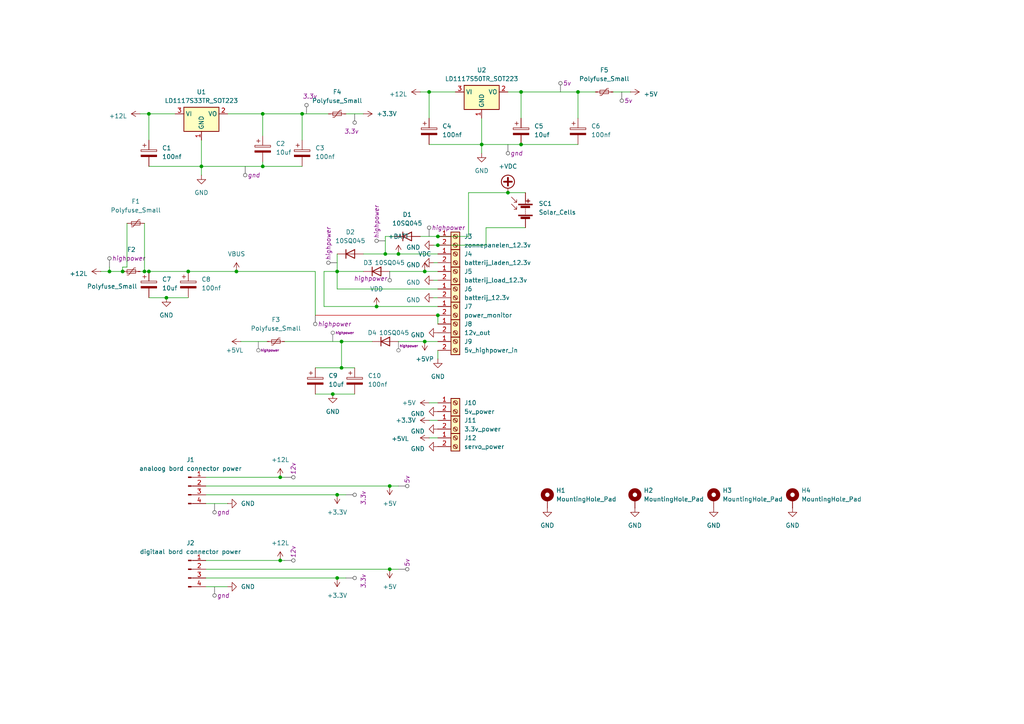
<source format=kicad_sch>
(kicad_sch (version 20231120) (generator "eeschema") (generator_version "8.0")
  (paper "A4")
  (lib_symbols
    (symbol "Connector:Conn_01x04_Pin" (pin_names (offset 1.016) hide)
      (property "Reference" "J" (at 0 5.08 0))
      (property "Value" "Conn_01x04_Pin" (at 0 -7.62 0))
      (symbol "Conn_01x04_Pin_1_1"
        (polyline (pts (xy 1.27 -5.08) (xy 0.8636 -5.08)) (stroke (width 0.1524)))
        (polyline (pts (xy 1.27 -2.54) (xy 0.8636 -2.54)) (stroke (width 0.1524)))
        (polyline (pts (xy 1.27 0) (xy 0.8636 0)) (stroke (width 0.1524)))
        (polyline (pts (xy 1.27 2.54) (xy 0.8636 2.54)) (stroke (width 0.1524)))
        (rectangle (start 0.8636 -4.953) (end 0 -5.207) (stroke (width 0.1524)) (fill (type outline)))
        (rectangle (start 0.8636 -2.413) (end 0 -2.667) (stroke (width 0.1524)) (fill (type outline)))
        (rectangle (start 0.8636 0.127) (end 0 -0.127) (stroke (width 0.1524)) (fill (type outline)))
        (rectangle (start 0.8636 2.667) (end 0 2.413) (stroke (width 0.1524)) (fill (type outline)))
        (pin passive line (at 5.08 2.54 180) (length 3.81) (name "Pin_1") (number "1"))
        (pin passive line (at 5.08 0 180) (length 3.81) (name "Pin_2") (number "2"))
        (pin passive line (at 5.08 -2.54 180) (length 3.81) (name "Pin_3") (number "3"))
        (pin passive line (at 5.08 -5.08 180) (length 3.81) (name "Pin_4") (number "4"))
      )
    )
    (symbol "Connector:Screw_Terminal_01x02" (pin_names (offset 1.016) hide)
      (property "Reference" "J" (at 0 2.54 0))
      (property "Value" "Screw_Terminal_01x02" (at 0 -5.08 0))
      (symbol "Screw_Terminal_01x02_1_1"
        (rectangle (start -1.27 1.27) (end 1.27 -3.81) (stroke (width 0.254)) (fill (type background)))
        (circle (center 0 -2.54) (radius 0.635) (stroke (width 0.1524)))
        (polyline (pts (xy -0.5334 -2.2098) (xy 0.3302 -3.048)) (stroke (width 0.1524)))
        (polyline (pts (xy -0.5334 0.3302) (xy 0.3302 -0.508)) (stroke (width 0.1524)))
        (polyline (pts (xy -0.3556 -2.032) (xy 0.508 -2.8702)) (stroke (width 0.1524)))
        (polyline (pts (xy -0.3556 0.508) (xy 0.508 -0.3302)) (stroke (width 0.1524)))
        (circle (center 0 0) (radius 0.635) (stroke (width 0.1524)))
        (pin passive line (at -5.08 0 0) (length 3.81) (name "Pin_1") (number "1"))
        (pin passive line (at -5.08 -2.54 0) (length 3.81) (name "Pin_2") (number "2"))
      )
    )
    (symbol "Device:C_Polarized" (pin_numbers hide) (pin_names (offset 0.254))
      (property "Reference" "C" (at 0.635 2.54 0))
      (property "Value" "C_Polarized" (at 0.635 -2.54 0))
      (symbol "C_Polarized_0_1"
        (rectangle (start -2.286 0.508) (end 2.286 1.016))
        (polyline (pts (xy -1.778 2.286) (xy -0.762 2.286)))
        (polyline (pts (xy -1.27 2.794) (xy -1.27 1.778)))
        (rectangle (start 2.286 -0.508) (end -2.286 -1.016) (fill (type outline)))
      )
      (symbol "C_Polarized_1_1"
        (pin passive line (at 0 3.81 270) (length 2.794) (name "~") (number "1"))
        (pin passive line (at 0 -3.81 90) (length 2.794) (name "~") (number "2"))
      )
    )
    (symbol "Device:D" (pin_numbers hide) (pin_names (offset 1.016) hide)
      (property "Reference" "D" (at 0 2.54 0))
      (property "Value" "D" (at 0 -2.54 0))
      (symbol "D_0_1"
        (polyline (pts (xy -1.27 1.27) (xy -1.27 -1.27)) (stroke (width 0.254)))
        (polyline (pts (xy 1.27 0) (xy -1.27 0)))
        (polyline (pts (xy 1.27 1.27) (xy 1.27 -1.27) (xy -1.27 0) (xy 1.27 1.27)) (stroke (width 0.254)))
      )
      (symbol "D_1_1"
        (pin passive line (at -3.81 0 0) (length 2.54) (name "K") (number "1"))
        (pin passive line (at 3.81 0 180) (length 2.54) (name "A") (number "2"))
      )
    )
    (symbol "Device:Polyfuse_Small" (pin_numbers hide) (pin_names (offset 0))
      (property "Reference" "F" (at -1.905 0 90))
      (property "Value" "Polyfuse_Small" (at 1.905 0 90))
      (symbol "Polyfuse_Small_0_1"
        (rectangle (start -0.508 1.27) (end 0.508 -1.27))
        (polyline (pts (xy 0 2.54) (xy 0 -2.54)))
        (polyline (pts (xy -1.016 1.27) (xy -1.016 0.762) (xy 1.016 -0.762) (xy 1.016 -1.27)))
      )
      (symbol "Polyfuse_Small_1_1"
        (pin passive line (at 0 2.54 270) (length 0.635) (name "~") (number "1"))
        (pin passive line (at 0 -2.54 90) (length 0.635) (name "~") (number "2"))
      )
    )
    (symbol "Device:Solar_Cells" (pin_numbers hide) (pin_names (offset 0) hide)
      (property "Reference" "SC" (at 2.54 2.54 0))
      (property "Value" "Solar_Cells" (at 2.54 0 0))
      (symbol "Solar_Cells_0_1"
        (rectangle (start -2.032 -1.397) (end 2.032 -1.651) (fill (type outline)))
        (rectangle (start -2.032 1.778) (end 2.032 1.524) (fill (type outline)))
        (rectangle (start -1.3208 -1.9812) (end 1.27 -2.4892) (fill (type outline)))
        (rectangle (start -1.3208 1.1938) (end 1.27 0.6858) (fill (type outline)))
        (polyline (pts (xy -2.54 0.254) (xy -4.064 1.778)))
        (polyline (pts (xy -2.54 2.286) (xy -4.064 3.81)))
        (polyline (pts (xy 0 -1.524) (xy 0 -1.27)))
        (polyline (pts (xy 0 -1.016) (xy 0 -0.762)))
        (polyline (pts (xy 0 -0.508) (xy 0 -0.254)))
        (polyline (pts (xy 0 0) (xy 0 0.254)))
        (polyline (pts (xy 0 0.508) (xy 0 0.762)))
        (polyline (pts (xy 0 1.778) (xy 0 2.54)))
        (polyline (pts (xy 0.254 2.667) (xy 1.27 2.667)) (stroke (width 0.254)))
        (polyline (pts (xy 0.762 3.175) (xy 0.762 2.159)) (stroke (width 0.254)))
        (polyline (pts (xy -2.54 1.016) (xy -2.54 0.254) (xy -3.302 0.254)))
        (polyline (pts (xy -2.54 3.048) (xy -2.54 2.286) (xy -3.302 2.286)))
      )
      (symbol "Solar_Cells_1_1"
        (pin passive line (at 0 5.08 270) (length 2.54) (name "+") (number "1"))
        (pin passive line (at 0 -5.08 90) (length 2.54) (name "-") (number "2"))
      )
    )
    (symbol "Mechanical:MountingHole_Pad" (pin_numbers hide) (pin_names (offset 1.016) hide) (exclude_from_sim yes) (in_bom no)
      (property "Reference" "H" (at 0 6.35 0))
      (property "Value" "MountingHole_Pad" (at 0 4.445 0))
      (symbol "MountingHole_Pad_0_1"
        (circle (center 0 1.27) (radius 1.27) (stroke (width 1.27)))
      )
      (symbol "MountingHole_Pad_1_1"
        (pin input line (at 0 -2.54 90) (length 2.54) (name "1") (number "1"))
      )
    )
    (symbol "Regulator_Linear:LD1117S33TR_SOT223"
      (property "Reference" "U" (at -3.81 3.175 0))
      (property "Value" "LD1117S33TR_SOT223" (at 0 3.175 0))
      (symbol "LD1117S33TR_SOT223_0_1"
        (rectangle (start -5.08 -5.08) (end 5.08 1.905) (stroke (width 0.254)) (fill (type background)))
      )
      (symbol "LD1117S33TR_SOT223_1_1"
        (pin power_in line (at 0 -7.62 90) (length 2.54) (name "GND") (number "1"))
        (pin power_out line (at 7.62 0 180) (length 2.54) (name "VO") (number "2"))
        (pin power_in line (at -7.62 0 0) (length 2.54) (name "VI") (number "3"))
      )
    )
    (symbol "Regulator_Linear:LD1117S50TR_SOT223"
      (property "Reference" "U" (at -3.81 3.175 0))
      (property "Value" "LD1117S50TR_SOT223" (at 0 3.175 0))
      (symbol "LD1117S50TR_SOT223_0_1"
        (rectangle (start -5.08 -5.08) (end 5.08 1.905) (stroke (width 0.254)) (fill (type background)))
      )
      (symbol "LD1117S50TR_SOT223_1_1"
        (pin power_in line (at 0 -7.62 90) (length 2.54) (name "GND") (number "1"))
        (pin power_out line (at 7.62 0 180) (length 2.54) (name "VO") (number "2"))
        (pin power_in line (at -7.62 0 0) (length 2.54) (name "VI") (number "3"))
      )
    )
    (symbol "power:+12L" (power) (pin_numbers hide) (pin_names (offset 0) hide)
      (property "Value" "+12L" (at 0 3.556 0))
      (symbol "+12L_0_1"
        (polyline (pts (xy -0.762 1.27) (xy 0 2.54)))
        (polyline (pts (xy 0 0) (xy 0 2.54)))
        (polyline (pts (xy 0 2.54) (xy 0.762 1.27)))
      )
      (symbol "+12L_1_1"
        (pin power_in line (at 0 0 90) (length 0) (name "~") (number "1"))
      )
    )
    (symbol "power:+3.3V" (power) (pin_numbers hide) (pin_names (offset 0) hide)
      (property "Value" "+3.3V" (at 0 3.556 0))
      (symbol "+3.3V_0_1"
        (polyline (pts (xy -0.762 1.27) (xy 0 2.54)))
        (polyline (pts (xy 0 0) (xy 0 2.54)))
        (polyline (pts (xy 0 2.54) (xy 0.762 1.27)))
      )
      (symbol "+3.3V_1_1"
        (pin power_in line (at 0 0 90) (length 0) (name "~") (number "1"))
      )
    )
    (symbol "power:+5V" (power) (pin_numbers hide) (pin_names (offset 0) hide)
      (property "Value" "+5V" (at 0 3.556 0))
      (symbol "+5V_0_1"
        (polyline (pts (xy -0.762 1.27) (xy 0 2.54)))
        (polyline (pts (xy 0 0) (xy 0 2.54)))
        (polyline (pts (xy 0 2.54) (xy 0.762 1.27)))
      )
      (symbol "+5V_1_1"
        (pin power_in line (at 0 0 90) (length 0) (name "~") (number "1"))
      )
    )
    (symbol "power:+5VL" (power) (pin_numbers hide) (pin_names (offset 0) hide)
      (property "Value" "+5VL" (at 0 3.556 0))
      (symbol "+5VL_0_1"
        (polyline (pts (xy -0.762 1.27) (xy 0 2.54)))
        (polyline (pts (xy 0 0) (xy 0 2.54)))
        (polyline (pts (xy 0 2.54) (xy 0.762 1.27)))
      )
      (symbol "+5VL_1_1"
        (pin power_in line (at 0 0 90) (length 0) (name "~") (number "1"))
      )
    )
    (symbol "power:+5VP" (power) (pin_numbers hide) (pin_names (offset 0) hide)
      (property "Value" "+5VP" (at 0 3.556 0))
      (symbol "+5VP_0_1"
        (polyline (pts (xy -0.762 1.27) (xy 0 2.54)))
        (polyline (pts (xy 0 0) (xy 0 2.54)))
        (polyline (pts (xy 0 2.54) (xy 0.762 1.27)))
      )
      (symbol "+5VP_1_1"
        (pin power_in line (at 0 0 90) (length 0) (name "~") (number "1"))
      )
    )
    (symbol "power:+BATT" (power) (pin_numbers hide) (pin_names (offset 0) hide)
      (property "Value" "+BATT" (at 0 3.556 0))
      (symbol "+BATT_0_1"
        (polyline (pts (xy -0.762 1.27) (xy 0 2.54)))
        (polyline (pts (xy 0 0) (xy 0 2.54)))
        (polyline (pts (xy 0 2.54) (xy 0.762 1.27)))
      )
      (symbol "+BATT_1_1"
        (pin power_in line (at 0 0 90) (length 0) (name "~") (number "1"))
      )
    )
    (symbol "power:+VDC" (power) (pin_numbers hide) (pin_names (offset 0) hide)
      (property "Value" "+VDC" (at 0 6.35 0))
      (symbol "+VDC_0_1"
        (polyline (pts (xy -1.143 3.175) (xy 1.143 3.175)) (stroke (width 0.508)))
        (polyline (pts (xy 0 0) (xy 0 1.27)))
        (polyline (pts (xy 0 2.032) (xy 0 4.318)) (stroke (width 0.508)))
        (circle (center 0 3.175) (radius 1.905) (stroke (width 0.254)))
      )
      (symbol "+VDC_1_1"
        (pin power_in line (at 0 0 90) (length 0) (name "~") (number "1"))
      )
    )
    (symbol "power:GND" (power) (pin_numbers hide) (pin_names (offset 0) hide)
      (property "Value" "GND" (at 0 -3.81 0))
      (symbol "GND_0_1"
        (polyline (pts (xy 0 0) (xy 0 -1.27) (xy 1.27 -1.27) (xy 0 -2.54) (xy -1.27 -1.27) (xy 0 -1.27)))
      )
      (symbol "GND_1_1"
        (pin power_in line (at 0 0 270) (length 0) (name "~") (number "1"))
      )
    )
    (symbol "power:VBUS" (power) (pin_numbers hide) (pin_names (offset 0) hide)
      (property "Value" "VBUS" (at 0 3.556 0))
      (symbol "VBUS_0_1"
        (polyline (pts (xy -0.762 1.27) (xy 0 2.54)))
        (polyline (pts (xy 0 0) (xy 0 2.54)))
        (polyline (pts (xy 0 2.54) (xy 0.762 1.27)))
      )
      (symbol "VBUS_1_1"
        (pin power_in line (at 0 0 90) (length 0) (name "~") (number "1"))
      )
    )
    (symbol "power:VDC" (power) (pin_numbers hide) (pin_names (offset 0) hide)
      (property "Value" "VDC" (at 0 3.556 0))
      (symbol "VDC_0_1"
        (polyline (pts (xy -0.762 1.27) (xy 0 2.54)))
        (polyline (pts (xy 0 0) (xy 0 2.54)))
        (polyline (pts (xy 0 2.54) (xy 0.762 1.27)))
      )
      (symbol "VDC_1_1"
        (pin power_in line (at 0 0 90) (length 0) (name "~") (number "1"))
      )
    )
    (symbol "power:VDD" (power) (pin_numbers hide) (pin_names (offset 0) hide)
      (property "Value" "VDD" (at 0 3.556 0))
      (symbol "VDD_0_1"
        (polyline (pts (xy -0.762 1.27) (xy 0 2.54)))
        (polyline (pts (xy 0 0) (xy 0 2.54)))
        (polyline (pts (xy 0 2.54) (xy 0.762 1.27)))
      )
      (symbol "VDD_1_1"
        (pin power_in line (at 0 0 90) (length 0) (name "~") (number "1"))
      )
    )
  )
  (junction (at 109.22 88.9))
  (junction (at 97.79 143.51))
  (junction (at 43.18 78.74))
  (junction (at 127 71.12))
  (junction (at 41.91 78.74))
  (junction (at 43.18 33.02))
  (junction (at 111.76 73.66))
  (junction (at 68.58 78.74))
  (junction (at 127 68.58))
  (junction (at 87.63 33.02))
  (junction (at 147.32 55.88))
  (junction (at 97.79 78.74))
  (junction (at 81.28 138.43))
  (junction (at 97.79 167.64))
  (junction (at 99.06 99.06))
  (junction (at 113.03 140.97))
  (junction (at 81.28 162.56))
  (junction (at 127 91.44))
  (junction (at 99.06 106.68))
  (junction (at 113.03 165.1))
  (junction (at 76.2 48.26))
  (junction (at 31.75 78.74))
  (junction (at 115.57 73.66))
  (junction (at 151.13 41.91))
  (junction (at 124.46 26.67))
  (junction (at 96.52 114.3))
  (junction (at 35.56 78.74))
  (junction (at 123.19 99.06))
  (junction (at 58.42 48.26))
  (junction (at 139.7 41.91))
  (junction (at 123.19 78.74))
  (junction (at 151.13 26.67))
  (junction (at 167.64 26.67))
  (junction (at 54.61 78.74))
  (junction (at 48.26 86.36))
  (junction (at 76.2 33.02))
  (wire (pts (xy 124.46 127) (xy 127 127)))
  (wire (pts (xy 91.44 78.74) (xy 91.44 91.44)))
  (wire (pts (xy 35.56 78.74) (xy 31.75 78.74)))
  (wire (pts (xy 100.33 33.02) (xy 105.41 33.02)))
  (wire (pts (xy 125.73 71.12) (xy 127 71.12)))
  (wire (pts (xy 140.97 66.04) (xy 140.97 71.12)))
  (wire (pts (xy 93.98 88.9) (xy 109.22 88.9)))
  (wire (pts (xy 123.19 99.06) (xy 127 99.06)))
  (wire (pts (xy 97.79 143.51) (xy 100.33 143.51)))
  (wire (pts (xy 81.28 162.56) (xy 82.55 162.56)))
  (wire (pts (xy 41.91 78.74) (xy 40.64 78.74)))
  (wire (pts (xy 97.79 78.74) (xy 105.41 78.74)))
  (wire (pts (xy 113.03 78.74) (xy 123.19 78.74)))
  (wire (pts (xy 81.28 138.43) (xy 82.55 138.43)))
  (wire (pts (xy 59.69 162.56) (xy 81.28 162.56)))
  (wire (pts (xy 66.04 33.02) (xy 76.2 33.02)))
  (wire (pts (xy 66.04 170.18) (xy 59.69 170.18)))
  (wire (pts (xy 139.7 41.91) (xy 139.7 34.29)))
  (wire (pts (xy 43.18 33.02) (xy 43.18 40.64)))
  (wire (pts (xy 68.58 78.74) (xy 91.44 78.74)))
  (wire (pts (xy 58.42 48.26) (xy 76.2 48.26)))
  (wire (pts (xy 36.83 77.47) (xy 35.56 77.47)))
  (wire (pts (xy 97.79 73.66) (xy 97.79 78.74)))
  (wire (pts (xy 111.76 73.66) (xy 115.57 73.66)))
  (wire (pts (xy 115.57 99.06) (xy 123.19 99.06)))
  (wire (pts (xy 76.2 48.26) (xy 87.63 48.26)))
  (wire (pts (xy 140.97 66.04) (xy 152.4 66.04)))
  (wire (pts (xy 76.2 33.02) (xy 87.63 33.02)))
  (wire (pts (xy 152.4 55.88) (xy 147.32 55.88)))
  (wire (pts (xy 177.8 26.67) (xy 182.88 26.67)))
  (wire (pts (xy 91.44 91.44) (xy 127 91.44)) (stroke (width 0) (color 194 0 0 1)))
  (wire (pts (xy 31.75 78.74) (xy 29.21 78.74)))
  (wire (pts (xy 125.73 76.2) (xy 127 76.2)))
  (wire (pts (xy 124.46 121.92) (xy 127 121.92)))
  (wire (pts (xy 97.79 83.82) (xy 97.79 78.74)))
  (wire (pts (xy 121.92 68.58) (xy 127 68.58)))
  (wire (pts (xy 121.92 26.67) (xy 124.46 26.67)))
  (wire (pts (xy 111.76 68.58) (xy 111.76 73.66)))
  (wire (pts (xy 43.18 33.02) (xy 50.8 33.02)))
  (wire (pts (xy 93.98 78.74) (xy 93.98 88.9)))
  (wire (pts (xy 123.19 78.74) (xy 127 78.74)))
  (wire (pts (xy 31.75 77.47) (xy 31.75 78.74)))
  (wire (pts (xy 167.64 26.67) (xy 172.72 26.67)))
  (wire (pts (xy 91.44 114.3) (xy 96.52 114.3)))
  (wire (pts (xy 147.32 26.67) (xy 151.13 26.67)))
  (wire (pts (xy 113.03 140.97) (xy 115.57 140.97)))
  (wire (pts (xy 135.89 55.88) (xy 135.89 68.58)))
  (wire (pts (xy 43.18 78.74) (xy 41.91 78.74)))
  (wire (pts (xy 59.69 165.1) (xy 113.03 165.1)))
  (wire (pts (xy 124.46 26.67) (xy 132.08 26.67)))
  (wire (pts (xy 41.91 64.77) (xy 41.91 78.74)))
  (wire (pts (xy 35.56 77.47) (xy 35.56 78.74)))
  (wire (pts (xy 125.73 81.28) (xy 127 81.28)))
  (wire (pts (xy 76.2 46.99) (xy 76.2 48.26)))
  (wire (pts (xy 127 104.14) (xy 127 101.6)))
  (wire (pts (xy 167.64 34.29) (xy 167.64 26.67)))
  (wire (pts (xy 139.7 44.45) (xy 139.7 41.91)))
  (wire (pts (xy 59.69 138.43) (xy 81.28 138.43)))
  (wire (pts (xy 69.85 99.06) (xy 77.47 99.06)))
  (wire (pts (xy 48.26 86.36) (xy 54.61 86.36)))
  (wire (pts (xy 59.69 140.97) (xy 113.03 140.97)))
  (wire (pts (xy 115.57 73.66) (xy 127 73.66)))
  (wire (pts (xy 59.69 143.51) (xy 97.79 143.51)))
  (wire (pts (xy 87.63 40.64) (xy 87.63 33.02)))
  (wire (pts (xy 124.46 116.84) (xy 127 116.84)))
  (wire (pts (xy 43.18 78.74) (xy 54.61 78.74)))
  (wire (pts (xy 43.18 48.26) (xy 58.42 48.26)))
  (wire (pts (xy 127 91.44) (xy 127 93.98)))
  (wire (pts (xy 96.52 114.3) (xy 102.87 114.3)))
  (wire (pts (xy 40.64 33.02) (xy 43.18 33.02)))
  (wire (pts (xy 43.18 86.36) (xy 48.26 86.36)))
  (wire (pts (xy 135.89 68.58) (xy 127 68.58)))
  (wire (pts (xy 109.22 88.9) (xy 127 88.9)))
  (wire (pts (xy 124.46 26.67) (xy 124.46 34.29)))
  (wire (pts (xy 127 71.12) (xy 140.97 71.12)))
  (wire (pts (xy 66.04 146.05) (xy 59.69 146.05)))
  (wire (pts (xy 99.06 99.06) (xy 107.95 99.06)))
  (wire (pts (xy 99.06 106.68) (xy 102.87 106.68)))
  (wire (pts (xy 97.79 167.64) (xy 100.33 167.64)))
  (wire (pts (xy 151.13 41.91) (xy 167.64 41.91)))
  (wire (pts (xy 82.55 99.06) (xy 99.06 99.06)))
  (wire (pts (xy 97.79 78.74) (xy 93.98 78.74)))
  (wire (pts (xy 151.13 26.67) (xy 151.13 34.29)))
  (wire (pts (xy 113.03 165.1) (xy 115.57 165.1)))
  (wire (pts (xy 105.41 73.66) (xy 111.76 73.66)))
  (wire (pts (xy 114.3 68.58) (xy 111.76 68.58)))
  (wire (pts (xy 76.2 33.02) (xy 76.2 39.37)))
  (wire (pts (xy 147.32 55.88) (xy 135.89 55.88)))
  (wire (pts (xy 139.7 41.91) (xy 151.13 41.91)))
  (wire (pts (xy 36.83 64.77) (xy 36.83 77.47)))
  (wire (pts (xy 54.61 78.74) (xy 68.58 78.74)))
  (wire (pts (xy 151.13 26.67) (xy 167.64 26.67)))
  (wire (pts (xy 58.42 48.26) (xy 58.42 40.64)))
  (wire (pts (xy 91.44 106.68) (xy 99.06 106.68)))
  (wire (pts (xy 99.06 99.06) (xy 99.06 106.68)))
  (wire (pts (xy 59.69 167.64) (xy 97.79 167.64)))
  (wire (pts (xy 87.63 33.02) (xy 95.25 33.02)))
  (wire (pts (xy 124.46 41.91) (xy 139.7 41.91)))
  (wire (pts (xy 125.73 86.36) (xy 127 86.36)))
  (wire (pts (xy 58.42 50.8) (xy 58.42 48.26)))
  (wire (pts (xy 97.79 83.82) (xy 127 83.82)))
  (netclass_flag "" (length 2.54) (shape round) (at 91.44 91.44 180) (property "Netclass" "highpower" (at 92.1385 93.98 0) (effects (font (italic yes)) (justify left))))
  (netclass_flag "" (length 2.54) (shape round) (at 31.75 77.47 0) (property "Netclass" "highpower" (at 32.4485 74.93 0) (effects (font (italic yes)) (justify left))))
  (netclass_flag "" (length 2.54) (shape round) (at 115.57 99.06 180) (property "Netclass" "highpower" (at 115.824 100.33 0) (effects (font (size 0.7 0.7) (italic yes)) (justify left))))
  (netclass_flag "" (length 2.54) (shape round) (at 82.55 138.43 270) (property "Netclass" "12v" (at 85.09 137.7315 90) (effects (font (italic yes)) (justify left))))
  (netclass_flag "" (length 2.54) (shape round) (at 113.03 78.74 180) (property "Netclass" "highpower" (at 102.616 80.772 0) (effects (font (italic yes)) (justify left))))
  (netclass_flag "" (length 2.54) (shape round) (at 111.76 69.85 90) (property "Netclass" "highpower" (at 109.22 69.1515 90) (effects (font (italic yes)) (justify left))))
  (netclass_flag "" (length 2.54) (shape round) (at 124.46 68.58 0) (property "Netclass" "highpower" (at 125.1585 66.04 0) (effects (font (italic yes)) (justify left))))
  (netclass_flag "" (length 2.54) (shape round) (at 100.33 167.64 270) (property "Netclass" "3.3v" (at 105.41 170.688 90) (effects (font (italic yes)) (justify left))))
  (netclass_flag "" (length 2.54) (shape round) (at 102.87 33.02 180) (property "Netclass" "3.3v" (at 99.822 38.1 0) (effects (font (italic yes)) (justify left))))
  (netclass_flag "" (length 2.54) (shape round) (at 96.52 99.06 0) (property "Netclass" "highpower" (at 97.2185 96.52 0) (effects (font (size 0.7 0.7) (italic yes)) (justify left))))
  (netclass_flag "" (length 2.54) (shape round) (at 115.57 165.1 270) (property "Netclass" "5v" (at 118.11 164.4015 90) (effects (font (italic yes)) (justify left))))
  (netclass_flag "" (length 2.54) (shape round) (at 147.32 41.91 180) (property "Netclass" "gnd" (at 148.0185 44.45 0) (effects (font (italic yes)) (justify left))))
  (netclass_flag "" (length 2.54) (shape round) (at 62.23 146.05 180) (property "Netclass" "gnd" (at 62.9285 148.59 0) (effects (font (italic yes)) (justify left))))
  (netclass_flag "" (length 2.54) (shape round) (at 180.34 26.67 180) (property "Netclass" "5v" (at 181.0385 29.21 0) (effects (font (italic yes)) (justify left))))
  (netclass_flag "" (length 2.54) (shape round) (at 162.56 26.67 0) (property "Netclass" "5v" (at 163.2585 24.13 0) (effects (font (italic yes)) (justify left))))
  (netclass_flag "" (length 2.54) (shape round) (at 100.33 143.51 270) (property "Netclass" "3.3v" (at 105.41 146.558 90) (effects (font (italic yes)) (justify left))))
  (netclass_flag "" (length 2.54) (shape round) (at 88.9 33.02 0) (property "Netclass" "3.3v" (at 91.948 27.94 0) (effects (font (italic yes)) (justify right))))
  (netclass_flag "" (length 2.54) (shape round) (at 97.79 76.2 90) (property "Netclass" "highpower" (at 95.25 75.5015 90) (effects (font (italic yes)) (justify left))))
  (netclass_flag "" (length 2.54) (shape round) (at 62.23 170.18 180) (property "Netclass" "gnd" (at 62.9285 172.72 0) (effects (font (italic yes)) (justify left))))
  (netclass_flag "" (length 2.54) (shape round) (at 74.93 99.06 180) (property "Netclass" "highpower" (at 75.513 101.6 0) (effects (font (size 0.7 0.7) (italic yes)) (justify left))))
  (netclass_flag "" (length 2.54) (shape round) (at 115.57 140.97 270) (property "Netclass" "5v" (at 118.11 140.2715 90) (effects (font (italic yes)) (justify left))))
  (netclass_flag "" (length 2.54) (shape round) (at 82.55 162.56 270) (property "Netclass" "12v" (at 85.09 161.8615 90) (effects (font (italic yes)) (justify left))))
  (netclass_flag "" (length 2.54) (shape round) (at 71.12 48.26 180) (property "Netclass" "gnd" (at 71.8185 50.8 0) (effects (font (italic yes)) (justify left))))
  (symbol (lib_id "power:GND") (at 125.73 76.2 270) (unit 1)
    (property "Reference" "#PWR016" (effects (hide yes)))
    (property "Value" "GND" (at 121.92 76.835 90) (effects (justify right)))
    (property "Description" "Power symbol creates a global label with name \"GND\" , ground" (effects (hide yes)))
  )
  (symbol (lib_id "Connector:Screw_Terminal_01x02") (at 132.08 127 0) (unit 1)
    (property "Reference" "J12" (at 134.62 126.9999 0) (effects (justify left)))
    (property "Value" "servo_power" (at 134.62 129.5399 0) (effects (justify left)))
    (property "Footprint" "TerminalBlock_Altech:Altech_AK100_1x02_P5.00mm" (effects (hide yes)))
    (property "Description" "Generic screw terminal, single row, 01x02, script generated (kicad-library-utils/schlib/autogen/connector/)" (effects (hide yes)))
  )
  (symbol (lib_id "Device:C_Polarized") (at 87.63 44.45 0) (unit 1)
    (property "Reference" "C3" (at 91.44 42.926 0) (effects (justify left)))
    (property "Value" "100nf" (at 91.44 45.466 0) (effects (justify left)))
    (property "Footprint" "Capacitor_SMD:C_1206_3216Metric_Pad1.33x1.80mm_HandSolder" (effects (hide yes)))
    (property "Description" "Polarized capacitor" (effects (hide yes)))
  )
  (symbol (lib_id "power:+5VL") (at 69.85 99.06 90) (unit 1)
    (property "Reference" "#PWR09" (effects (hide yes)))
    (property "Value" "+5VL" (at 70.612 101.6 90) (effects (justify left)))
    (property "Description" "Power symbol creates a global label with name \"+5VL\"" (effects (hide yes)))
  )
  (symbol (lib_id "power:GND") (at 48.26 86.36 0) (unit 1)
    (property "Reference" "#PWR027" (effects (hide yes)))
    (property "Value" "GND" (at 48.26 91.44 0))
    (property "Description" "Power symbol creates a global label with name \"GND\" , ground" (effects (hide yes)))
  )
  (symbol (lib_id "Connector:Conn_01x04_Pin") (at 54.61 140.97 0) (unit 1)
    (property "Reference" "J1" (at 55.245 133.35 0))
    (property "Value" "analoog bord connector power" (at 55.245 135.89 0))
    (property "Footprint" "Connector_JST:JST_XH_B4B-XH-AM_1x04_P2.50mm_Vertical" (effects (hide yes)))
    (property "Description" "Generic connector, single row, 01x04, script generated" (effects (hide yes)))
  )
  (symbol (lib_id "Device:C_Polarized") (at 124.46 38.1 0) (unit 1)
    (property "Reference" "C4" (at 128.27 36.576 0) (effects (justify left)))
    (property "Value" "100nf" (at 128.27 39.116 0) (effects (justify left)))
    (property "Footprint" "Capacitor_SMD:C_1206_3216Metric_Pad1.33x1.80mm_HandSolder" (effects (hide yes)))
    (property "Description" "Polarized capacitor" (effects (hide yes)))
  )
  (symbol (lib_id "power:+12L") (at 29.21 78.74 90) (unit 1)
    (property "Reference" "#PWR05" (effects (hide yes)))
    (property "Value" "+12L" (at 25.4 79.375 90) (effects (justify left)))
    (property "Description" "Power symbol creates a global label with name \"+12L\"" (effects (hide yes)))
  )
  (symbol (lib_id "power:GND") (at 127 129.54 270) (unit 1)
    (property "Reference" "#PWR028" (effects (hide yes)))
    (property "Value" "GND" (at 123.19 130.175 90) (effects (justify right)))
    (property "Description" "Power symbol creates a global label with name \"GND\" , ground" (effects (hide yes)))
  )
  (symbol (lib_id "power:GND") (at 66.04 146.05 90) (unit 1)
    (property "Reference" "#PWR03" (effects (hide yes)))
    (property "Value" "GND" (at 69.85 146.0499 90) (effects (justify right)))
    (property "Description" "Power symbol creates a global label with name \"GND\" , ground" (effects (hide yes)))
  )
  (symbol (lib_id "power:VDD") (at 109.22 88.9 0) (unit 1)
    (property "Reference" "#PWR038" (effects (hide yes)))
    (property "Value" "VDD" (at 109.22 83.82 0))
    (property "Description" "Power symbol creates a global label with name \"VDD\"" (effects (hide yes)))
  )
  (symbol (lib_id "Regulator_Linear:LD1117S33TR_SOT223") (at 58.42 33.02 0) (unit 1)
    (property "Reference" "U1" (at 58.42 26.67 0))
    (property "Value" "LD1117S33TR_SOT223" (at 58.42 29.21 0))
    (property "Footprint" "Package_TO_SOT_SMD:SOT-223-3_TabPin2" (effects (hide yes)))
    (property "Datasheet" "http://www.st.com/st-web-ui/static/active/en/resource/technical/document/datasheet/CD00000544.pdf" (effects (hide yes)))
    (property "Description" "800mA Fixed Low Drop Positive Voltage Regulator, Fixed Output 3.3V, SOT-223" (effects (hide yes)))
  )
  (symbol (lib_id "Device:D") (at 101.6 73.66 0) (unit 1)
    (property "Reference" "D2" (at 101.6 67.31 0))
    (property "Value" "10SQ045" (at 101.6 69.85 0))
    (property "Footprint" "Diode_THT:D_P600_R-6_P20.00mm_Horizontal" (effects (hide yes)))
    (property "Description" "Diode" (effects (hide yes)))
    (property "Sim.Device" "D" (effects (hide yes)))
    (property "Sim.Pins" "1=K 2=A" (effects (hide yes)))
  )
  (symbol (lib_id "power:GND") (at 66.04 170.18 90) (unit 1)
    (property "Reference" "#PWR04" (effects (hide yes)))
    (property "Value" "GND" (at 69.85 170.1799 90) (effects (justify right)))
    (property "Description" "Power symbol creates a global label with name \"GND\" , ground" (effects (hide yes)))
  )
  (symbol (lib_id "power:GND") (at 96.52 114.3 0) (unit 1)
    (property "Reference" "#PWR030" (effects (hide yes)))
    (property "Value" "GND" (at 96.52 119.38 0))
    (property "Description" "Power symbol creates a global label with name \"GND\" , ground" (effects (hide yes)))
  )
  (symbol (lib_id "Device:C_Polarized") (at 76.2 43.18 0) (unit 1)
    (property "Reference" "C2" (at 80.01 41.656 0) (effects (justify left)))
    (property "Value" "10uf" (at 80.01 44.196 0) (effects (justify left)))
    (property "Footprint" "Capacitor_SMD:C_1206_3216Metric_Pad1.33x1.80mm_HandSolder" (effects (hide yes)))
    (property "Description" "Polarized capacitor" (effects (hide yes)))
  )
  (symbol (lib_id "power:+5V") (at 182.88 26.67 270) (unit 1)
    (property "Reference" "#PWR022" (effects (hide yes)))
    (property "Value" "+5V" (at 186.69 27.305 90) (effects (justify left)))
    (property "Description" "Power symbol creates a global label with name \"+5V\"" (effects (hide yes)))
  )
  (symbol (lib_id "Connector:Screw_Terminal_01x02") (at 132.08 121.92 0) (unit 1)
    (property "Reference" "J11" (at 134.62 121.9199 0) (effects (justify left)))
    (property "Value" "3.3v_power" (at 134.62 124.4599 0) (effects (justify left)))
    (property "Footprint" "TerminalBlock_Altech:Altech_AK100_1x02_P5.00mm" (effects (hide yes)))
    (property "Description" "Generic screw terminal, single row, 01x02, script generated (kicad-library-utils/schlib/autogen/connector/)" (effects (hide yes)))
  )
  (symbol (lib_id "Device:Polyfuse_Small") (at 39.37 64.77 90) (unit 1)
    (property "Reference" "F1" (at 39.37 58.42 90))
    (property "Value" "Polyfuse_Small" (at 39.37 60.96 90))
    (property "Footprint" "Fuse:Fuse_1206_3216Metric_Pad1.42x1.75mm_HandSolder" (effects (hide yes)))
    (property "Description" "Resettable fuse, polymeric positive temperature coefficient, small symbol" (effects (hide yes)))
  )
  (symbol (lib_id "Mechanical:MountingHole_Pad") (at 184.15 144.78 0) (unit 1) (exclude_from_sim yes) (in_bom no)
    (property "Reference" "H2" (at 186.69 142.2399 0) (effects (justify left)))
    (property "Value" "MountingHole_Pad" (at 186.69 144.7799 0) (effects (justify left)))
    (property "Footprint" "MountingHole:MountingHole_4.3mm_M4_Pad" (effects (hide yes)))
    (property "Description" "Mounting Hole with connection" (effects (hide yes)))
  )
  (symbol (lib_id "power:+12L") (at 40.64 33.02 90) (unit 1)
    (property "Reference" "#PWR01" (effects (hide yes)))
    (property "Value" "+12L" (at 36.83 33.655 90) (effects (justify left)))
    (property "Description" "Power symbol creates a global label with name \"+12L\"" (effects (hide yes)))
  )
  (symbol (lib_id "Mechanical:MountingHole_Pad") (at 158.75 144.78 0) (unit 1) (exclude_from_sim yes) (in_bom no)
    (property "Reference" "H1" (at 161.29 142.2399 0) (effects (justify left)))
    (property "Value" "MountingHole_Pad" (at 161.29 144.7799 0) (effects (justify left)))
    (property "Footprint" "MountingHole:MountingHole_4.3mm_M4_Pad" (effects (hide yes)))
    (property "Description" "Mounting Hole with connection" (effects (hide yes)))
  )
  (symbol (lib_id "Device:C_Polarized") (at 54.61 82.55 0) (unit 1)
    (property "Reference" "C8" (at 58.42 81.026 0) (effects (justify left)))
    (property "Value" "100nf" (at 58.42 83.566 0) (effects (justify left)))
    (property "Footprint" "Capacitor_SMD:C_1206_3216Metric_Pad1.33x1.80mm_HandSolder" (effects (hide yes)))
    (property "Description" "Polarized capacitor" (effects (hide yes)))
  )
  (symbol (lib_id "power:+5V") (at 124.46 116.84 90) (unit 1)
    (property "Reference" "#PWR026" (effects (hide yes)))
    (property "Value" "+5V" (at 120.65 116.8399 90) (effects (justify left)))
    (property "Description" "Power symbol creates a global label with name \"+5V\"" (effects (hide yes)))
  )
  (symbol (lib_id "Device:Polyfuse_Small") (at 175.26 26.67 90) (unit 1)
    (property "Reference" "F5" (at 175.26 20.32 90))
    (property "Value" "Polyfuse_Small" (at 175.26 22.86 90))
    (property "Footprint" "Fuse:Fuse_1206_3216Metric_Pad1.42x1.75mm_HandSolder" (effects (hide yes)))
    (property "Description" "Resettable fuse, polymeric positive temperature coefficient, small symbol" (effects (hide yes)))
  )
  (symbol (lib_id "power:+12L") (at 121.92 26.67 90) (unit 1)
    (property "Reference" "#PWR014" (effects (hide yes)))
    (property "Value" "+12L" (at 118.11 27.305 90) (effects (justify left)))
    (property "Description" "Power symbol creates a global label with name \"+12L\"" (effects (hide yes)))
  )
  (symbol (lib_id "Device:Polyfuse_Small") (at 80.01 99.06 270) (unit 1)
    (property "Reference" "F3" (at 80.01 92.71 90))
    (property "Value" "Polyfuse_Small" (at 80.01 95.25 90))
    (property "Footprint" "Fuse:Fuse_1206_3216Metric_Pad1.42x1.75mm_HandSolder" (effects (hide yes)))
    (property "Description" "Resettable fuse, polymeric positive temperature coefficient, small symbol" (effects (hide yes)))
  )
  (symbol (lib_id "power:GND") (at 127 96.52 270) (unit 1)
    (property "Reference" "#PWR019" (effects (hide yes)))
    (property "Value" "GND" (at 123.19 97.155 90) (effects (justify right)))
    (property "Description" "Power symbol creates a global label with name \"GND\" , ground" (effects (hide yes)))
  )
  (symbol (lib_id "Connector:Screw_Terminal_01x02") (at 132.08 88.9 0) (unit 1)
    (property "Reference" "J7" (at 134.62 88.8999 0) (effects (justify left)))
    (property "Value" "power_monitor" (at 134.62 91.4399 0) (effects (justify left)))
    (property "Footprint" "TerminalBlock_Altech:Altech_AK100_1x02_P5.00mm" (effects (hide yes)))
    (property "Description" "Generic screw terminal, single row, 01x02, script generated (kicad-library-utils/schlib/autogen/connector/)" (effects (hide yes)))
  )
  (symbol (lib_id "power:GND") (at 58.42 50.8 0) (unit 1)
    (property "Reference" "#PWR02" (effects (hide yes)))
    (property "Value" "GND" (at 58.42 55.88 0))
    (property "Description" "Power symbol creates a global label with name \"GND\" , ground" (effects (hide yes)))
  )
  (symbol (lib_id "Device:C_Polarized") (at 151.13 38.1 0) (unit 1)
    (property "Reference" "C5" (at 154.94 36.576 0) (effects (justify left)))
    (property "Value" "10uf" (at 154.94 39.116 0) (effects (justify left)))
    (property "Footprint" "Capacitor_SMD:C_1206_3216Metric_Pad1.33x1.80mm_HandSolder" (effects (hide yes)))
    (property "Description" "Polarized capacitor" (effects (hide yes)))
  )
  (symbol (lib_id "power:+5VL") (at 124.46 127 90) (unit 1)
    (property "Reference" "#PWR029" (effects (hide yes)))
    (property "Value" "+5VL" (at 118.618 127.254 90) (effects (justify left)))
    (property "Description" "Power symbol creates a global label with name \"+5VL\"" (effects (hide yes)))
  )
  (symbol (lib_id "Connector:Screw_Terminal_01x02") (at 132.08 83.82 0) (unit 1)
    (property "Reference" "J6" (at 134.62 83.8199 0) (effects (justify left)))
    (property "Value" "batterij_12.3v" (at 134.62 86.3599 0) (effects (justify left)))
    (property "Footprint" "TerminalBlock_Altech:Altech_AK100_1x02_P5.00mm" (effects (hide yes)))
    (property "Description" "Generic screw terminal, single row, 01x02, script generated (kicad-library-utils/schlib/autogen/connector/)" (effects (hide yes)))
  )
  (symbol (lib_id "Device:Solar_Cells") (at 152.4 60.96 0) (unit 1) (on_board no)
    (property "Reference" "SC1" (at 156.21 59.0549 0) (effects (justify left)))
    (property "Value" "Solar_Cells" (at 156.21 61.5949 0) (effects (justify left)))
    (property "Description" "Multiple solar cells" (effects (hide yes)))
  )
  (symbol (lib_id "power:GND") (at 158.75 147.32 0) (unit 1)
    (property "Reference" "#PWR031" (effects (hide yes)))
    (property "Value" "GND" (at 158.75 152.4 0))
    (property "Description" "Power symbol creates a global label with name \"GND\" , ground" (effects (hide yes)))
  )
  (symbol (lib_id "power:VDC") (at 123.19 78.74 0) (unit 1)
    (property "Reference" "#PWR039" (effects (hide yes)))
    (property "Value" "VDC" (at 123.19 73.66 0))
    (property "Description" "Power symbol creates a global label with name \"VDC\"" (effects (hide yes)))
  )
  (symbol (lib_id "Connector:Conn_01x04_Pin") (at 54.61 165.1 0) (unit 1)
    (property "Reference" "J2" (at 55.245 157.48 0))
    (property "Value" "digitaal bord connector power" (at 55.245 160.02 0))
    (property "Footprint" "Connector_JST:JST_XH_B4B-XH-AM_1x04_P2.50mm_Vertical" (effects (hide yes)))
    (property "Description" "Generic connector, single row, 01x04, script generated" (effects (hide yes)))
  )
  (symbol (lib_id "power:VBUS") (at 68.58 78.74 0) (unit 1)
    (property "Reference" "#PWR037" (effects (hide yes)))
    (property "Value" "VBUS" (at 68.58 73.66 0))
    (property "Description" "Power symbol creates a global label with name \"VBUS\"" (effects (hide yes)))
  )
  (symbol (lib_id "Device:D") (at 109.22 78.74 0) (unit 1)
    (property "Reference" "D3" (at 106.68 76.2 0))
    (property "Value" "10SQ045" (at 113.03 76.2 0))
    (property "Footprint" "Diode_THT:D_P600_R-6_P20.00mm_Horizontal" (effects (hide yes)))
    (property "Description" "Diode" (effects (hide yes)))
    (property "Sim.Device" "D" (effects (hide yes)))
    (property "Sim.Pins" "1=K 2=A" (effects (hide yes)))
  )
  (symbol (lib_id "Connector:Screw_Terminal_01x02") (at 132.08 93.98 0) (unit 1)
    (property "Reference" "J8" (at 134.62 93.9799 0) (effects (justify left)))
    (property "Value" "12v_out" (at 134.62 96.5199 0) (effects (justify left)))
    (property "Footprint" "TerminalBlock_Altech:Altech_AK100_1x02_P5.00mm" (effects (hide yes)))
    (property "Description" "Generic screw terminal, single row, 01x02, script generated (kicad-library-utils/schlib/autogen/connector/)" (effects (hide yes)))
  )
  (symbol (lib_id "power:+3.3V") (at 105.41 33.02 270) (unit 1)
    (property "Reference" "#PWR08" (effects (hide yes)))
    (property "Value" "+3.3V" (at 109.22 33.0199 90) (effects (justify left)))
    (property "Description" "Power symbol creates a global label with name \"+3.3V\"" (effects (hide yes)))
  )
  (symbol (lib_id "power:GND") (at 127 104.14 0) (unit 1)
    (property "Reference" "#PWR020" (effects (hide yes)))
    (property "Value" "GND" (at 127 109.22 0))
    (property "Description" "Power symbol creates a global label with name \"GND\" , ground" (effects (hide yes)))
  )
  (symbol (lib_id "power:GND") (at 125.73 86.36 270) (unit 1)
    (property "Reference" "#PWR018" (effects (hide yes)))
    (property "Value" "GND" (at 121.92 86.995 90) (effects (justify right)))
    (property "Description" "Power symbol creates a global label with name \"GND\" , ground" (effects (hide yes)))
  )
  (symbol (lib_id "power:GND") (at 125.73 71.12 270) (unit 1)
    (property "Reference" "#PWR015" (effects (hide yes)))
    (property "Value" "GND" (at 121.92 71.755 90) (effects (justify right)))
    (property "Description" "Power symbol creates a global label with name \"GND\" , ground" (effects (hide yes)))
  )
  (symbol (lib_id "power:+VDC") (at 147.32 55.88 0) (unit 1)
    (property "Reference" "#PWR035" (effects (hide yes)))
    (property "Value" "+VDC" (at 147.32 48.26 0))
    (property "Description" "Power symbol creates a global label with name \"+VDC\"" (effects (hide yes)))
  )
  (symbol (lib_id "Device:C_Polarized") (at 102.87 110.49 0) (unit 1)
    (property "Reference" "C10" (at 106.68 108.966 0) (effects (justify left)))
    (property "Value" "100nf" (at 106.68 111.506 0) (effects (justify left)))
    (property "Footprint" "Capacitor_SMD:C_1206_3216Metric_Pad1.33x1.80mm_HandSolder" (effects (hide yes)))
    (property "Description" "Polarized capacitor" (effects (hide yes)))
  )
  (symbol (lib_id "power:GND") (at 229.87 147.32 0) (unit 1)
    (property "Reference" "#PWR034" (effects (hide yes)))
    (property "Value" "GND" (at 229.87 152.4 0))
    (property "Description" "Power symbol creates a global label with name \"GND\" , ground" (effects (hide yes)))
  )
  (symbol (lib_id "Device:C_Polarized") (at 43.18 44.45 0) (unit 1)
    (property "Reference" "C1" (at 46.99 42.926 0) (effects (justify left)))
    (property "Value" "100nf" (at 46.99 45.466 0) (effects (justify left)))
    (property "Footprint" "Capacitor_SMD:C_1206_3216Metric_Pad1.33x1.80mm_HandSolder" (effects (hide yes)))
    (property "Description" "Polarized capacitor" (effects (hide yes)))
  )
  (symbol (lib_id "Device:C_Polarized") (at 167.64 38.1 0) (unit 1)
    (property "Reference" "C6" (at 171.45 36.576 0) (effects (justify left)))
    (property "Value" "100nf" (at 171.45 39.116 0) (effects (justify left)))
    (property "Footprint" "Capacitor_SMD:C_1206_3216Metric_Pad1.33x1.80mm_HandSolder" (effects (hide yes)))
    (property "Description" "Polarized capacitor" (effects (hide yes)))
  )
  (symbol (lib_id "Device:Polyfuse_Small") (at 38.1 78.74 270) (unit 1)
    (property "Reference" "F2" (at 38.1 72.39 90))
    (property "Value" "Polyfuse_Small" (at 32.512 83.058 90))
    (property "Footprint" "Fuse:Fuse_1206_3216Metric_Pad1.42x1.75mm_HandSolder" (effects (hide yes)))
    (property "Description" "Resettable fuse, polymeric positive temperature coefficient, small symbol" (effects (hide yes)))
  )
  (symbol (lib_id "power:GND") (at 139.7 44.45 0) (unit 1)
    (property "Reference" "#PWR021" (effects (hide yes)))
    (property "Value" "GND" (at 139.7 49.53 0))
    (property "Description" "Power symbol creates a global label with name \"GND\" , ground" (effects (hide yes)))
  )
  (symbol (lib_id "Mechanical:MountingHole_Pad") (at 229.87 144.78 0) (unit 1) (exclude_from_sim yes) (in_bom no)
    (property "Reference" "H4" (at 232.41 142.2399 0) (effects (justify left)))
    (property "Value" "MountingHole_Pad" (at 232.41 144.7799 0) (effects (justify left)))
    (property "Footprint" "MountingHole:MountingHole_4.3mm_M4_Pad" (effects (hide yes)))
    (property "Description" "Mounting Hole with connection" (effects (hide yes)))
  )
  (symbol (lib_id "Regulator_Linear:LD1117S50TR_SOT223") (at 139.7 26.67 0) (unit 1)
    (property "Reference" "U2" (at 139.7 20.32 0))
    (property "Value" "LD1117S50TR_SOT223" (at 139.7 22.86 0))
    (property "Footprint" "Package_TO_SOT_SMD:SOT-223-3_TabPin2" (effects (hide yes)))
    (property "Datasheet" "http://www.st.com/st-web-ui/static/active/en/resource/technical/document/datasheet/CD00000544.pdf" (effects (hide yes)))
    (property "Description" "800mA Fixed Low Drop Positive Voltage Regulator, Fixed Output 5.0V, SOT-223" (effects (hide yes)))
  )
  (symbol (lib_id "power:+3.3V") (at 97.79 167.64 180) (unit 1)
    (property "Reference" "#PWR011" (effects (hide yes)))
    (property "Value" "+3.3V" (at 97.79 172.72 0))
    (property "Description" "Power symbol creates a global label with name \"+3.3V\"" (effects (hide yes)))
  )
  (symbol (lib_id "Connector:Screw_Terminal_01x02") (at 132.08 78.74 0) (unit 1)
    (property "Reference" "J5" (at 134.62 78.7399 0) (effects (justify left)))
    (property "Value" "batterij_load_12.3v" (at 134.62 81.2799 0) (effects (justify left)))
    (property "Footprint" "TerminalBlock_Altech:Altech_AK100_1x02_P5.00mm" (effects (hide yes)))
    (property "Description" "Generic screw terminal, single row, 01x02, script generated (kicad-library-utils/schlib/autogen/connector/)" (effects (hide yes)))
  )
  (symbol (lib_id "Device:D") (at 111.76 99.06 0) (unit 1)
    (property "Reference" "D4" (at 107.95 96.52 0))
    (property "Value" "10SQ045" (at 114.3 96.52 0))
    (property "Footprint" "Diode_THT:D_P600_R-6_P20.00mm_Horizontal" (effects (hide yes)))
    (property "Description" "Diode" (effects (hide yes)))
    (property "Sim.Device" "D" (effects (hide yes)))
    (property "Sim.Pins" "1=K 2=A" (effects (hide yes)))
  )
  (symbol (lib_id "Connector:Screw_Terminal_01x02") (at 132.08 73.66 0) (unit 1)
    (property "Reference" "J4" (at 134.62 73.6599 0) (effects (justify left)))
    (property "Value" "batterij_laden_12.3v" (at 134.62 76.1999 0) (effects (justify left)))
    (property "Footprint" "TerminalBlock_Altech:Altech_AK100_1x02_P5.00mm" (effects (hide yes)))
    (property "Description" "Generic screw terminal, single row, 01x02, script generated (kicad-library-utils/schlib/autogen/connector/)" (effects (hide yes)))
  )
  (symbol (lib_id "power:GND") (at 127 124.46 270) (unit 1)
    (property "Reference" "#PWR024" (effects (hide yes)))
    (property "Value" "GND" (at 123.19 125.095 90) (effects (justify right)))
    (property "Description" "Power symbol creates a global label with name \"GND\" , ground" (effects (hide yes)))
  )
  (symbol (lib_id "Device:C_Polarized") (at 43.18 82.55 0) (unit 1)
    (property "Reference" "C7" (at 46.99 81.026 0) (effects (justify left)))
    (property "Value" "10uf" (at 46.99 83.566 0) (effects (justify left)))
    (property "Footprint" "Capacitor_SMD:C_1206_3216Metric_Pad1.33x1.80mm_HandSolder" (effects (hide yes)))
    (property "Description" "Polarized capacitor" (effects (hide yes)))
  )
  (symbol (lib_id "Device:C_Polarized") (at 91.44 110.49 0) (unit 1)
    (property "Reference" "C9" (at 95.25 108.966 0) (effects (justify left)))
    (property "Value" "10uf" (at 95.25 111.506 0) (effects (justify left)))
    (property "Footprint" "Capacitor_SMD:C_1206_3216Metric_Pad1.33x1.80mm_HandSolder" (effects (hide yes)))
    (property "Description" "Polarized capacitor" (effects (hide yes)))
  )
  (symbol (lib_id "power:+5V") (at 113.03 165.1 180) (unit 1)
    (property "Reference" "#PWR013" (effects (hide yes)))
    (property "Value" "+5V" (at 113.03 170.18 0))
    (property "Description" "Power symbol creates a global label with name \"+5V\"" (effects (hide yes)))
  )
  (symbol (lib_id "power:+5V") (at 113.03 140.97 180) (unit 1)
    (property "Reference" "#PWR012" (effects (hide yes)))
    (property "Value" "+5V" (at 113.03 146.05 0))
    (property "Description" "Power symbol creates a global label with name \"+5V\"" (effects (hide yes)))
  )
  (symbol (lib_id "Connector:Screw_Terminal_01x02") (at 132.08 68.58 0) (unit 1)
    (property "Reference" "J3" (at 134.62 68.5799 0) (effects (justify left)))
    (property "Value" "zonnepanelen_12.3v" (at 134.62 71.1199 0) (effects (justify left)))
    (property "Footprint" "TerminalBlock_Altech:Altech_AK100_1x02_P5.00mm" (effects (hide yes)))
    (property "Description" "Generic screw terminal, single row, 01x02, script generated (kicad-library-utils/schlib/autogen/connector/)" (effects (hide yes)))
  )
  (symbol (lib_id "power:+3.3V") (at 97.79 143.51 180) (unit 1)
    (property "Reference" "#PWR010" (effects (hide yes)))
    (property "Value" "+3.3V" (at 97.79 148.59 0))
    (property "Description" "Power symbol creates a global label with name \"+3.3V\"" (effects (hide yes)))
  )
  (symbol (lib_id "power:+3.3V") (at 124.46 121.92 90) (unit 1)
    (property "Reference" "#PWR025" (effects (hide yes)))
    (property "Value" "+3.3V" (at 120.65 121.9199 90) (effects (justify left)))
    (property "Description" "Power symbol creates a global label with name \"+3.3V\"" (effects (hide yes)))
  )
  (symbol (lib_id "power:+BATT") (at 115.57 73.66 0) (unit 1)
    (property "Reference" "#PWR036" (effects (hide yes)))
    (property "Value" "+BATT" (at 115.57 68.58 0))
    (property "Description" "Power symbol creates a global label with name \"+BATT\"" (effects (hide yes)))
  )
  (symbol (lib_id "Connector:Screw_Terminal_01x02") (at 132.08 99.06 0) (unit 1)
    (property "Reference" "J9" (at 134.62 99.0599 0) (effects (justify left)))
    (property "Value" "5v_highpower_in" (at 134.62 101.5999 0) (effects (justify left)))
    (property "Footprint" "TerminalBlock_Altech:Altech_AK100_1x02_P5.00mm" (effects (hide yes)))
    (property "Description" "Generic screw terminal, single row, 01x02, script generated (kicad-library-utils/schlib/autogen/connector/)" (effects (hide yes)))
  )
  (symbol (lib_id "power:+12L") (at 81.28 162.56 0) (unit 1)
    (property "Reference" "#PWR07" (effects (hide yes)))
    (property "Value" "+12L" (at 81.28 157.48 0))
    (property "Description" "Power symbol creates a global label with name \"+12L\"" (effects (hide yes)))
  )
  (symbol (lib_id "power:GND") (at 127 119.38 270) (unit 1)
    (property "Reference" "#PWR023" (effects (hide yes)))
    (property "Value" "GND" (at 123.19 120.015 90) (effects (justify right)))
    (property "Description" "Power symbol creates a global label with name \"GND\" , ground" (effects (hide yes)))
  )
  (symbol (lib_id "power:+12L") (at 81.28 138.43 0) (unit 1)
    (property "Reference" "#PWR06" (effects (hide yes)))
    (property "Value" "+12L" (at 81.28 133.35 0))
    (property "Description" "Power symbol creates a global label with name \"+12L\"" (effects (hide yes)))
  )
  (symbol (lib_id "Device:Polyfuse_Small") (at 97.79 33.02 90) (unit 1)
    (property "Reference" "F4" (at 97.79 26.67 90))
    (property "Value" "Polyfuse_Small" (at 97.79 29.21 90))
    (property "Footprint" "Fuse:Fuse_1206_3216Metric_Pad1.42x1.75mm_HandSolder" (effects (hide yes)))
    (property "Description" "Resettable fuse, polymeric positive temperature coefficient, small symbol" (effects (hide yes)))
  )
  (symbol (lib_id "power:+5VP") (at 123.19 99.06 180) (unit 1)
    (property "Reference" "#PWR040" (effects (hide yes)))
    (property "Value" "+5VP" (at 123.19 104.14 0))
    (property "Description" "Power symbol creates a global label with name \"+5VP\"" (effects (hide yes)))
  )
  (symbol (lib_id "Device:D") (at 118.11 68.58 0) (unit 1)
    (property "Reference" "D1" (at 118.11 62.23 0))
    (property "Value" "10SQ045" (at 118.11 64.77 0))
    (property "Footprint" "Diode_THT:D_P600_R-6_P20.00mm_Horizontal" (effects (hide yes)))
    (property "Description" "Diode" (effects (hide yes)))
    (property "Sim.Device" "D" (effects (hide yes)))
    (property "Sim.Pins" "1=K 2=A" (effects (hide yes)))
  )
  (symbol (lib_id "Connector:Screw_Terminal_01x02") (at 132.08 116.84 0) (unit 1)
    (property "Reference" "J10" (at 134.62 116.8399 0) (effects (justify left)))
    (property "Value" "5v_power" (at 134.62 119.3799 0) (effects (justify left)))
    (property "Footprint" "TerminalBlock_Altech:Altech_AK100_1x02_P5.00mm" (effects (hide yes)))
    (property "Description" "Generic screw terminal, single row, 01x02, script generated (kicad-library-utils/schlib/autogen/connector/)" (effects (hide yes)))
  )
  (symbol (lib_id "Mechanical:MountingHole_Pad") (at 207.01 144.78 0) (unit 1) (exclude_from_sim yes) (in_bom no)
    (property "Reference" "H3" (at 209.55 142.2399 0) (effects (justify left)))
    (property "Value" "MountingHole_Pad" (at 209.55 144.7799 0) (effects (justify left)))
    (property "Footprint" "MountingHole:MountingHole_4.3mm_M4_Pad" (effects (hide yes)))
    (property "Description" "Mounting Hole with connection" (effects (hide yes)))
  )
  (symbol (lib_id "power:GND") (at 125.73 81.28 270) (unit 1)
    (property "Reference" "#PWR017" (effects (hide yes)))
    (property "Value" "GND" (at 121.92 81.915 90) (effects (justify right)))
    (property "Description" "Power symbol creates a global label with name \"GND\" , ground" (effects (hide yes)))
  )
  (symbol (lib_id "power:GND") (at 207.01 147.32 0) (unit 1)
    (property "Reference" "#PWR033" (effects (hide yes)))
    (property "Value" "GND" (at 207.01 152.4 0))
    (property "Description" "Power symbol creates a global label with name \"GND\" , ground" (effects (hide yes)))
  )
  (symbol (lib_id "power:GND") (at 184.15 147.32 0) (unit 1)
    (property "Reference" "#PWR032" (effects (hide yes)))
    (property "Value" "GND" (at 184.15 152.4 0))
    (property "Description" "Power symbol creates a global label with name \"GND\" , ground" (effects (hide yes)))
  )
)
</source>
